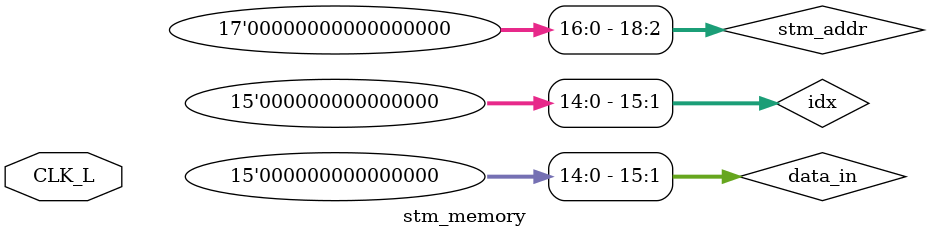
<source format=sv>
/*
 * File: stm_memory.sv
 * Project: stm
 * Created Date: 13/04/2022
 * Author: Shun Suzuki
 * -----
 * Last Modified: 16/05/2023
 * Modified By: Shun Suzuki (suzuki@hapis.k.u-tokyo.ac.jp)
 * -----
 * Copyright (c) 2022-2023 Shun Suzuki. All rights reserved.
 *
 */

`timescale 1ns / 1ps
module stm_memory (
    input var CLK_L,
    cpu_bus_if.stm_port CPU_BUS,
    stm_bus_if.memory_port STM_BUS
);

  bit bus_clk;
  bit stm_ena;
  bit we;
  bit [18:0] stm_addr;
  bit [15:0] data_in;

  bit [15:0] idx;
  bit [127:0] data_out;

  assign bus_clk = CPU_BUS.BUS_CLK;
  assign stm_ena = CPU_BUS.STM_EN;
  assign we = CPU_BUS.WE;
  assign stm_addr = {CPU_BUS.STM_MEM_SEGMENT, CPU_BUS.BRAM_ADDR};
  assign data_in = CPU_BUS.DATA_IN;
  assign idx = STM_BUS.ADDR;
  assign STM_BUS.DATA_OUT = data_out;

  BRAM_STM stm_bram (
      .clka (bus_clk),
      .ena  (stm_ena),
      .wea  (we),
      .addra(stm_addr),
      .dina (data_in),
      .douta(),
      .clkb (CLK_L),
      .web  ('0),
      .addrb(idx),
      .dinb ('0),
      .doutb(data_out)
  );

endmodule

</source>
